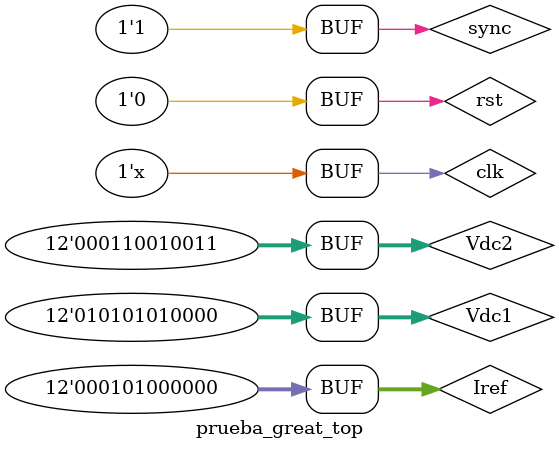
<source format=v>
`timescale 1ns / 1ps


module prueba_great_top();
// Inputs

	reg clk;
	reg rst;
    reg sync;
    reg [11:0] Vdc1;
    reg [11:0] Vdc2;
    reg [11:0] Iref;

    
	
	// Outputs
	wire trigger;
	wire [1:0] modo;
	wire Sp1, Sp2, Sp3, Sp4, Ss1, Ss2, Ss3, Ss4;
	
	// UUT
		great_top inst_great_top
		(
			.clk     (clk),
			.rst     (rst),
			.sync    (sync),
			.Vdc1    (Vdc1),
			.Vdc2    (Vdc2),
			.Iref    (Iref),
			.Sp1      (Sp1),
			.Sp2      (Sp2),
			.Sp3      (Sp3),
			.Sp4      (Sp4),
			.Ss1      (Ss1),
			.Ss2      (Ss2),
			.Ss3      (Ss3),
			.Ss4      (Ss4),
			.trigger (trigger),
			.modo    (modo)
		);



	always 
	begin
	#5 clk= ~clk;
	end




	initial begin
		clk = 1'b0;
		rst = 1'b0;
		Vdc1 = 12'd1360; // 340 V
		Vdc2 = 12'd403; //  100.8 V  
		Iref = 12'd320;  // 10 A
		sync = 1'b0;

		#700

		sync = 1'b1;

		
		/*
		#14300;
		Iref = 14'd2294;// -10 A
		#20000;
		Iref = 14'd6554; // 40 A
		// La prueba
		*/
	end


endmodule

</source>
